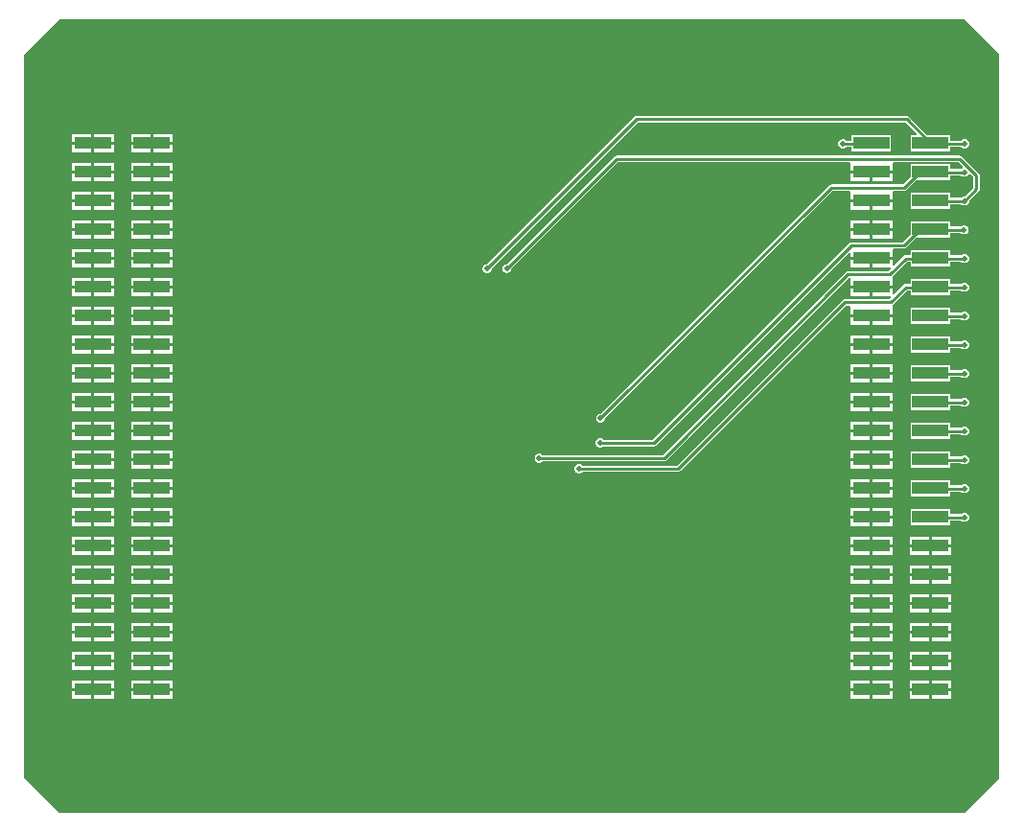
<source format=gbl>
G04*
G04 #@! TF.GenerationSoftware,Altium Limited,Altium Designer,22.9.1 (49)*
G04*
G04 Layer_Physical_Order=2*
G04 Layer_Color=16711680*
%FSLAX25Y25*%
%MOIN*%
G70*
G04*
G04 #@! TF.SameCoordinates,874C2829-7940-4526-9E93-E1EEED9EE5DD*
G04*
G04*
G04 #@! TF.FilePolarity,Positive*
G04*
G01*
G75*
%ADD15C,0.01000*%
%ADD30C,0.02000*%
%ADD31R,0.12500X0.04488*%
G36*
X1Y28836D02*
Y-222868D01*
X-12147Y-235016D01*
X-326851D01*
X-338999Y-222868D01*
Y28836D01*
X-326851Y40984D01*
X-12147D01*
X1Y28836D01*
D02*
G37*
%LPC*%
G36*
X-32137Y7406D02*
X-32137Y7406D01*
X-126199D01*
X-126199Y7406D01*
X-126628Y7321D01*
X-126992Y7077D01*
X-126992Y7077D01*
X-178185Y-44116D01*
X-178517D01*
X-179105Y-44359D01*
X-179555Y-44809D01*
X-179799Y-45397D01*
Y-46034D01*
X-179555Y-46622D01*
X-179105Y-47072D01*
X-178517Y-47316D01*
X-177881D01*
X-177293Y-47072D01*
X-176843Y-46622D01*
X-176599Y-46034D01*
Y-45702D01*
X-125734Y5163D01*
X-32601D01*
X-28736Y1297D01*
X-28927Y835D01*
X-30856D01*
Y-4853D01*
X-17156D01*
Y-3337D01*
X-13355D01*
X-13120Y-3572D01*
X-12532Y-3816D01*
X-11895D01*
X-11307Y-3572D01*
X-10857Y-3122D01*
X-10613Y-2534D01*
Y-1897D01*
X-10857Y-1309D01*
X-11307Y-859D01*
X-11895Y-616D01*
X-12532D01*
X-13120Y-859D01*
X-13355Y-1094D01*
X-17156D01*
Y835D01*
X-25102D01*
X-31344Y7077D01*
X-31708Y7321D01*
X-32137Y7406D01*
D02*
G37*
G36*
X-37648Y835D02*
X-51348D01*
Y-1094D01*
X-53258D01*
X-53493Y-859D01*
X-54081Y-616D01*
X-54717D01*
X-55305Y-859D01*
X-55756Y-1309D01*
X-55999Y-1897D01*
Y-2534D01*
X-55756Y-3122D01*
X-55305Y-3572D01*
X-54717Y-3816D01*
X-54081D01*
X-53493Y-3572D01*
X-53258Y-3337D01*
X-51348D01*
Y-4853D01*
X-37648D01*
Y835D01*
D02*
G37*
G36*
X-307940Y1221D02*
X-314690D01*
Y-1524D01*
X-307940D01*
Y1221D01*
D02*
G37*
G36*
X-315690D02*
X-322440D01*
Y-1524D01*
X-315690D01*
Y1221D01*
D02*
G37*
G36*
X-287448D02*
X-294198D01*
Y-1524D01*
X-287448D01*
Y1221D01*
D02*
G37*
G36*
X-295198D02*
X-301948D01*
Y-1524D01*
X-295198D01*
Y1221D01*
D02*
G37*
G36*
X-287448Y-2524D02*
X-294198D01*
Y-5268D01*
X-287448D01*
Y-2524D01*
D02*
G37*
G36*
X-295198D02*
X-301948D01*
Y-5268D01*
X-295198D01*
Y-2524D01*
D02*
G37*
G36*
X-307940Y-2524D02*
X-314690D01*
Y-5268D01*
X-307940D01*
Y-2524D01*
D02*
G37*
G36*
X-315690D02*
X-322440D01*
Y-5268D01*
X-315690D01*
Y-2524D01*
D02*
G37*
G36*
X-13844Y-6394D02*
X-13844Y-6394D01*
X-133100D01*
X-133100Y-6394D01*
X-133529Y-6480D01*
X-133893Y-6723D01*
X-133893Y-6723D01*
X-171286Y-44116D01*
X-171618D01*
X-172206Y-44359D01*
X-172656Y-44809D01*
X-172900Y-45397D01*
Y-46034D01*
X-172656Y-46622D01*
X-172206Y-47072D01*
X-171618Y-47316D01*
X-170982D01*
X-170394Y-47072D01*
X-169943Y-46622D01*
X-169700Y-46034D01*
Y-45702D01*
X-132635Y-8637D01*
X-52196D01*
X-51748Y-8765D01*
X-51748Y-9137D01*
Y-11509D01*
X-44498D01*
X-37248D01*
X-37248Y-8765D01*
X-36801Y-8637D01*
X-14308D01*
X-12842Y-10103D01*
X-12960Y-10693D01*
X-13120Y-10759D01*
X-13355Y-10994D01*
X-17156D01*
Y-9165D01*
X-30856D01*
Y-13643D01*
X-33607Y-16394D01*
X-58499D01*
X-58499Y-16394D01*
X-58928Y-16479D01*
X-59292Y-16723D01*
X-59292Y-16723D01*
X-138685Y-96116D01*
X-139017D01*
X-139605Y-96359D01*
X-140056Y-96809D01*
X-140299Y-97398D01*
Y-98034D01*
X-140056Y-98622D01*
X-139605Y-99072D01*
X-139017Y-99316D01*
X-138381D01*
X-137793Y-99072D01*
X-137343Y-98622D01*
X-137099Y-98034D01*
Y-97702D01*
X-58035Y-18637D01*
X-52196D01*
X-51748Y-18765D01*
X-51748Y-19137D01*
Y-21509D01*
X-44498D01*
X-37248D01*
X-37248Y-18765D01*
X-36801Y-18637D01*
X-33143D01*
X-33143Y-18637D01*
X-32714Y-18552D01*
X-32350Y-18309D01*
X-28894Y-14853D01*
X-17156D01*
Y-13237D01*
X-13355D01*
X-13120Y-13472D01*
X-12532Y-13716D01*
X-11895D01*
X-11307Y-13472D01*
X-10857Y-13022D01*
X-10791Y-12862D01*
X-10201Y-12744D01*
X-9121Y-13825D01*
Y-17437D01*
X-12200Y-20516D01*
X-12532D01*
X-13120Y-20759D01*
X-13355Y-20994D01*
X-17156D01*
Y-19165D01*
X-30856D01*
Y-24853D01*
X-17156D01*
Y-23237D01*
X-13355D01*
X-13120Y-23472D01*
X-12532Y-23716D01*
X-11895D01*
X-11307Y-23472D01*
X-10857Y-23022D01*
X-10613Y-22434D01*
Y-22102D01*
X-7206Y-18695D01*
X-7206Y-18695D01*
X-6963Y-18331D01*
X-6877Y-17901D01*
X-6878Y-17901D01*
Y-13360D01*
X-6963Y-12931D01*
X-7206Y-12567D01*
X-7206Y-12567D01*
X-13050Y-6723D01*
X-13414Y-6480D01*
X-13844Y-6394D01*
D02*
G37*
G36*
X-307940Y-8779D02*
X-314690D01*
Y-11524D01*
X-307940D01*
Y-8779D01*
D02*
G37*
G36*
X-315690D02*
X-322440D01*
Y-11524D01*
X-315690D01*
Y-8779D01*
D02*
G37*
G36*
X-287448D02*
X-294198D01*
Y-11524D01*
X-287448D01*
Y-8779D01*
D02*
G37*
G36*
X-295198D02*
X-301948D01*
Y-11524D01*
X-295198D01*
Y-8779D01*
D02*
G37*
G36*
X-37248Y-12509D02*
X-43998D01*
Y-15253D01*
X-37248D01*
Y-12509D01*
D02*
G37*
G36*
X-44998D02*
X-51748D01*
Y-15253D01*
X-44998D01*
Y-12509D01*
D02*
G37*
G36*
X-287448Y-12524D02*
X-294198D01*
Y-15268D01*
X-287448D01*
Y-12524D01*
D02*
G37*
G36*
X-295198D02*
X-301948D01*
Y-15268D01*
X-295198D01*
Y-12524D01*
D02*
G37*
G36*
X-307940Y-12524D02*
X-314690D01*
Y-15268D01*
X-307940D01*
Y-12524D01*
D02*
G37*
G36*
X-315690D02*
X-322440D01*
Y-15268D01*
X-315690D01*
Y-12524D01*
D02*
G37*
G36*
X-307940Y-18779D02*
X-314690D01*
Y-21524D01*
X-307940D01*
Y-18779D01*
D02*
G37*
G36*
X-315690D02*
X-322440D01*
Y-21524D01*
X-315690D01*
Y-18779D01*
D02*
G37*
G36*
X-287448D02*
X-294198D01*
Y-21524D01*
X-287448D01*
Y-18779D01*
D02*
G37*
G36*
X-295198D02*
X-301948D01*
Y-21524D01*
X-295198D01*
Y-18779D01*
D02*
G37*
G36*
X-37248Y-22509D02*
X-43998D01*
Y-25253D01*
X-37248D01*
Y-22509D01*
D02*
G37*
G36*
X-44998D02*
X-51748D01*
Y-25253D01*
X-44998D01*
Y-22509D01*
D02*
G37*
G36*
X-287448Y-22524D02*
X-294198D01*
Y-25268D01*
X-287448D01*
Y-22524D01*
D02*
G37*
G36*
X-295198D02*
X-301948D01*
Y-25268D01*
X-295198D01*
Y-22524D01*
D02*
G37*
G36*
X-307940Y-22524D02*
X-314690D01*
Y-25268D01*
X-307940D01*
Y-22524D01*
D02*
G37*
G36*
X-315690D02*
X-322440D01*
Y-25268D01*
X-315690D01*
Y-22524D01*
D02*
G37*
G36*
X-37248Y-28765D02*
X-43998D01*
Y-31509D01*
X-37248D01*
Y-28765D01*
D02*
G37*
G36*
X-44998D02*
X-51748D01*
Y-31509D01*
X-44998D01*
Y-28765D01*
D02*
G37*
G36*
X-307940Y-28780D02*
X-314690D01*
Y-31524D01*
X-307940D01*
Y-28780D01*
D02*
G37*
G36*
X-315690D02*
X-322440D01*
Y-31524D01*
X-315690D01*
Y-28780D01*
D02*
G37*
G36*
X-287448D02*
X-294198D01*
Y-31524D01*
X-287448D01*
Y-28780D01*
D02*
G37*
G36*
X-295198D02*
X-301948D01*
Y-31524D01*
X-295198D01*
Y-28780D01*
D02*
G37*
G36*
X-17156Y-29165D02*
X-30856D01*
Y-33643D01*
X-33707Y-36494D01*
X-51564D01*
X-51993Y-36579D01*
X-52357Y-36823D01*
X-52357Y-36823D01*
X-120728Y-105194D01*
X-137658D01*
X-137893Y-104959D01*
X-138481Y-104716D01*
X-139117D01*
X-139705Y-104959D01*
X-140155Y-105409D01*
X-140399Y-105998D01*
Y-106634D01*
X-140155Y-107222D01*
X-139705Y-107672D01*
X-139117Y-107916D01*
X-138481D01*
X-137893Y-107672D01*
X-137658Y-107437D01*
X-120264D01*
X-120264Y-107437D01*
X-119835Y-107352D01*
X-119471Y-107109D01*
X-52210Y-39848D01*
X-51748Y-40040D01*
Y-41509D01*
X-44498D01*
X-37248D01*
Y-38765D01*
X-36760Y-38737D01*
X-33243D01*
X-33243Y-38737D01*
X-32814Y-38652D01*
X-32450Y-38409D01*
X-28894Y-34853D01*
X-17156D01*
Y-33237D01*
X-13455D01*
X-13220Y-33472D01*
X-12632Y-33716D01*
X-11995D01*
X-11407Y-33472D01*
X-10957Y-33022D01*
X-10713Y-32434D01*
Y-31797D01*
X-10957Y-31209D01*
X-11407Y-30759D01*
X-11995Y-30516D01*
X-12632D01*
X-13220Y-30759D01*
X-13455Y-30994D01*
X-17156D01*
Y-29165D01*
D02*
G37*
G36*
X-37248Y-32509D02*
X-43998D01*
Y-35253D01*
X-37248D01*
Y-32509D01*
D02*
G37*
G36*
X-44998D02*
X-51748D01*
Y-35253D01*
X-44998D01*
Y-32509D01*
D02*
G37*
G36*
X-287448Y-32524D02*
X-294198D01*
Y-35268D01*
X-287448D01*
Y-32524D01*
D02*
G37*
G36*
X-295198D02*
X-301948D01*
Y-35268D01*
X-295198D01*
Y-32524D01*
D02*
G37*
G36*
X-307940Y-32524D02*
X-314690D01*
Y-35268D01*
X-307940D01*
Y-32524D01*
D02*
G37*
G36*
X-315690D02*
X-322440D01*
Y-35268D01*
X-315690D01*
Y-32524D01*
D02*
G37*
G36*
X-17156Y-39165D02*
X-30856D01*
Y-40994D01*
X-32599D01*
X-32599Y-40994D01*
X-33028Y-41080D01*
X-33392Y-41323D01*
X-33392Y-41323D01*
X-36786Y-44717D01*
X-37248Y-44526D01*
Y-42509D01*
X-43998D01*
Y-45253D01*
X-37976D01*
X-37784Y-45715D01*
X-38664Y-46594D01*
X-52699D01*
X-52699Y-46594D01*
X-53128Y-46679D01*
X-53492Y-46923D01*
X-53492Y-46923D01*
X-117064Y-110494D01*
X-158858D01*
X-159093Y-110259D01*
X-159681Y-110016D01*
X-160317D01*
X-160905Y-110259D01*
X-161355Y-110709D01*
X-161599Y-111298D01*
Y-111934D01*
X-161355Y-112522D01*
X-160905Y-112972D01*
X-160317Y-113216D01*
X-159681D01*
X-159093Y-112972D01*
X-158858Y-112737D01*
X-116599D01*
X-116599Y-112737D01*
X-116170Y-112652D01*
X-115806Y-112409D01*
X-52248Y-48851D01*
X-51748Y-48871D01*
Y-51509D01*
X-44498D01*
X-37248D01*
Y-48765D01*
X-37248Y-48765D01*
X-37248D01*
X-37187Y-48290D01*
X-32135Y-43237D01*
X-30856D01*
Y-44853D01*
X-17156D01*
Y-43237D01*
X-13355D01*
X-13120Y-43472D01*
X-12532Y-43716D01*
X-11895D01*
X-11307Y-43472D01*
X-10857Y-43022D01*
X-10613Y-42434D01*
Y-41797D01*
X-10857Y-41209D01*
X-11307Y-40759D01*
X-11895Y-40516D01*
X-12532D01*
X-13120Y-40759D01*
X-13355Y-40994D01*
X-17156D01*
Y-39165D01*
D02*
G37*
G36*
X-307940Y-38780D02*
X-314690D01*
Y-41524D01*
X-307940D01*
Y-38780D01*
D02*
G37*
G36*
X-315690D02*
X-322440D01*
Y-41524D01*
X-315690D01*
Y-38780D01*
D02*
G37*
G36*
X-287448D02*
X-294198D01*
Y-41524D01*
X-287448D01*
Y-38780D01*
D02*
G37*
G36*
X-295198D02*
X-301948D01*
Y-41524D01*
X-295198D01*
Y-38780D01*
D02*
G37*
G36*
X-44998Y-42509D02*
X-51748D01*
Y-45253D01*
X-44998D01*
Y-42509D01*
D02*
G37*
G36*
X-287448Y-42524D02*
X-294198D01*
Y-45268D01*
X-287448D01*
Y-42524D01*
D02*
G37*
G36*
X-295198D02*
X-301948D01*
Y-45268D01*
X-295198D01*
Y-42524D01*
D02*
G37*
G36*
X-307940Y-42524D02*
X-314690D01*
Y-45268D01*
X-307940D01*
Y-42524D01*
D02*
G37*
G36*
X-315690D02*
X-322440D01*
Y-45268D01*
X-315690D01*
Y-42524D01*
D02*
G37*
G36*
X-17156Y-49165D02*
X-30856D01*
Y-50994D01*
X-32599D01*
X-32599Y-50994D01*
X-33028Y-51079D01*
X-33392Y-51323D01*
X-36786Y-54717D01*
X-37248Y-54526D01*
Y-52509D01*
X-43998D01*
Y-55253D01*
X-37976D01*
X-37784Y-55715D01*
X-38264Y-56194D01*
X-53799D01*
X-54228Y-56279D01*
X-54592Y-56523D01*
X-54592Y-56523D01*
X-112211Y-114141D01*
X-144943D01*
X-145178Y-113907D01*
X-145766Y-113663D01*
X-146402D01*
X-146991Y-113907D01*
X-147441Y-114357D01*
X-147684Y-114945D01*
Y-115581D01*
X-147441Y-116169D01*
X-146991Y-116619D01*
X-146402Y-116863D01*
X-145766D01*
X-145178Y-116619D01*
X-144943Y-116384D01*
X-111746D01*
X-111746Y-116384D01*
X-111317Y-116299D01*
X-110953Y-116056D01*
X-53335Y-58437D01*
X-52113D01*
X-51748Y-58765D01*
X-51748Y-58937D01*
Y-61509D01*
X-44498D01*
X-37248D01*
Y-58826D01*
X-37248Y-58765D01*
X-37243Y-58267D01*
X-37006Y-58109D01*
X-32135Y-53237D01*
X-30856D01*
Y-54853D01*
X-17156D01*
Y-53237D01*
X-13355D01*
X-13120Y-53472D01*
X-12532Y-53716D01*
X-11895D01*
X-11307Y-53472D01*
X-10857Y-53022D01*
X-10613Y-52434D01*
Y-51797D01*
X-10857Y-51209D01*
X-11307Y-50759D01*
X-11895Y-50516D01*
X-12532D01*
X-13120Y-50759D01*
X-13355Y-50994D01*
X-17156D01*
Y-49165D01*
D02*
G37*
G36*
X-307940Y-48779D02*
X-314690D01*
Y-51524D01*
X-307940D01*
Y-48779D01*
D02*
G37*
G36*
X-315690D02*
X-322440D01*
Y-51524D01*
X-315690D01*
Y-48779D01*
D02*
G37*
G36*
X-287448D02*
X-294198D01*
Y-51524D01*
X-287448D01*
Y-48779D01*
D02*
G37*
G36*
X-295198D02*
X-301948D01*
Y-51524D01*
X-295198D01*
Y-48779D01*
D02*
G37*
G36*
X-44998Y-52509D02*
X-51748D01*
Y-55253D01*
X-44998D01*
Y-52509D01*
D02*
G37*
G36*
X-287448Y-52524D02*
X-294198D01*
Y-55268D01*
X-287448D01*
Y-52524D01*
D02*
G37*
G36*
X-295198D02*
X-301948D01*
Y-55268D01*
X-295198D01*
Y-52524D01*
D02*
G37*
G36*
X-307940Y-52524D02*
X-314690D01*
Y-55268D01*
X-307940D01*
Y-52524D01*
D02*
G37*
G36*
X-315690D02*
X-322440D01*
Y-55268D01*
X-315690D01*
Y-52524D01*
D02*
G37*
G36*
X-307940Y-58780D02*
X-314690D01*
Y-61524D01*
X-307940D01*
Y-58780D01*
D02*
G37*
G36*
X-315690D02*
X-322440D01*
Y-61524D01*
X-315690D01*
Y-58780D01*
D02*
G37*
G36*
X-287448D02*
X-294198D01*
Y-61524D01*
X-287448D01*
Y-58780D01*
D02*
G37*
G36*
X-295198D02*
X-301948D01*
Y-61524D01*
X-295198D01*
Y-58780D01*
D02*
G37*
G36*
X-17156Y-59165D02*
X-30856D01*
Y-64853D01*
X-17156D01*
Y-63237D01*
X-13355D01*
X-13120Y-63472D01*
X-12532Y-63716D01*
X-11895D01*
X-11307Y-63472D01*
X-10857Y-63022D01*
X-10613Y-62434D01*
Y-61797D01*
X-10857Y-61209D01*
X-11307Y-60759D01*
X-11895Y-60516D01*
X-12532D01*
X-13120Y-60759D01*
X-13355Y-60994D01*
X-17156D01*
Y-59165D01*
D02*
G37*
G36*
X-37248Y-62509D02*
X-43998D01*
Y-65253D01*
X-37248D01*
Y-62509D01*
D02*
G37*
G36*
X-44998D02*
X-51748D01*
Y-65253D01*
X-44998D01*
Y-62509D01*
D02*
G37*
G36*
X-287448Y-62524D02*
X-294198D01*
Y-65268D01*
X-287448D01*
Y-62524D01*
D02*
G37*
G36*
X-295198D02*
X-301948D01*
Y-65268D01*
X-295198D01*
Y-62524D01*
D02*
G37*
G36*
X-307940Y-62524D02*
X-314690D01*
Y-65268D01*
X-307940D01*
Y-62524D01*
D02*
G37*
G36*
X-315690D02*
X-322440D01*
Y-65268D01*
X-315690D01*
Y-62524D01*
D02*
G37*
G36*
X-37248Y-68765D02*
X-43998D01*
Y-71509D01*
X-37248D01*
Y-68765D01*
D02*
G37*
G36*
X-44998D02*
X-51748D01*
Y-71509D01*
X-44998D01*
Y-68765D01*
D02*
G37*
G36*
X-307940Y-68779D02*
X-314690D01*
Y-71524D01*
X-307940D01*
Y-68779D01*
D02*
G37*
G36*
X-315690D02*
X-322440D01*
Y-71524D01*
X-315690D01*
Y-68779D01*
D02*
G37*
G36*
X-287448D02*
X-294198D01*
Y-71524D01*
X-287448D01*
Y-68779D01*
D02*
G37*
G36*
X-295198D02*
X-301948D01*
Y-71524D01*
X-295198D01*
Y-68779D01*
D02*
G37*
G36*
X-17156Y-69165D02*
X-30856D01*
Y-74853D01*
X-17156D01*
Y-73237D01*
X-13355D01*
X-13120Y-73472D01*
X-12532Y-73716D01*
X-11895D01*
X-11307Y-73472D01*
X-10857Y-73022D01*
X-10613Y-72434D01*
Y-71798D01*
X-10857Y-71209D01*
X-11307Y-70759D01*
X-11895Y-70516D01*
X-12532D01*
X-13120Y-70759D01*
X-13355Y-70994D01*
X-17156D01*
Y-69165D01*
D02*
G37*
G36*
X-37248Y-72509D02*
X-43998D01*
Y-75253D01*
X-37248D01*
Y-72509D01*
D02*
G37*
G36*
X-44998D02*
X-51748D01*
Y-75253D01*
X-44998D01*
Y-72509D01*
D02*
G37*
G36*
X-287448Y-72524D02*
X-294198D01*
Y-75268D01*
X-287448D01*
Y-72524D01*
D02*
G37*
G36*
X-295198D02*
X-301948D01*
Y-75268D01*
X-295198D01*
Y-72524D01*
D02*
G37*
G36*
X-307940Y-72524D02*
X-314690D01*
Y-75268D01*
X-307940D01*
Y-72524D01*
D02*
G37*
G36*
X-315690D02*
X-322440D01*
Y-75268D01*
X-315690D01*
Y-72524D01*
D02*
G37*
G36*
X-37248Y-78765D02*
X-43998D01*
Y-81509D01*
X-37248D01*
Y-78765D01*
D02*
G37*
G36*
X-44998D02*
X-51748D01*
Y-81509D01*
X-44998D01*
Y-78765D01*
D02*
G37*
G36*
X-307940Y-78780D02*
X-314690D01*
Y-81524D01*
X-307940D01*
Y-78780D01*
D02*
G37*
G36*
X-315690D02*
X-322440D01*
Y-81524D01*
X-315690D01*
Y-78780D01*
D02*
G37*
G36*
X-287448D02*
X-294198D01*
Y-81524D01*
X-287448D01*
Y-78780D01*
D02*
G37*
G36*
X-295198D02*
X-301948D01*
Y-81524D01*
X-295198D01*
Y-78780D01*
D02*
G37*
G36*
X-17156Y-79165D02*
X-30856D01*
Y-84853D01*
X-17156D01*
Y-83237D01*
X-13355D01*
X-13120Y-83472D01*
X-12532Y-83716D01*
X-11895D01*
X-11307Y-83472D01*
X-10857Y-83022D01*
X-10613Y-82434D01*
Y-81797D01*
X-10857Y-81209D01*
X-11307Y-80759D01*
X-11895Y-80516D01*
X-12532D01*
X-13120Y-80759D01*
X-13355Y-80994D01*
X-17156D01*
Y-79165D01*
D02*
G37*
G36*
X-37248Y-82509D02*
X-43998D01*
Y-85253D01*
X-37248D01*
Y-82509D01*
D02*
G37*
G36*
X-44998D02*
X-51748D01*
Y-85253D01*
X-44998D01*
Y-82509D01*
D02*
G37*
G36*
X-287448Y-82524D02*
X-294198D01*
Y-85268D01*
X-287448D01*
Y-82524D01*
D02*
G37*
G36*
X-295198D02*
X-301948D01*
Y-85268D01*
X-295198D01*
Y-82524D01*
D02*
G37*
G36*
X-307940Y-82524D02*
X-314690D01*
Y-85268D01*
X-307940D01*
Y-82524D01*
D02*
G37*
G36*
X-315690D02*
X-322440D01*
Y-85268D01*
X-315690D01*
Y-82524D01*
D02*
G37*
G36*
X-37248Y-88765D02*
X-43998D01*
Y-91509D01*
X-37248D01*
Y-88765D01*
D02*
G37*
G36*
X-44998D02*
X-51748D01*
Y-91509D01*
X-44998D01*
Y-88765D01*
D02*
G37*
G36*
X-307940Y-88779D02*
X-314690D01*
Y-91524D01*
X-307940D01*
Y-88779D01*
D02*
G37*
G36*
X-315690D02*
X-322440D01*
Y-91524D01*
X-315690D01*
Y-88779D01*
D02*
G37*
G36*
X-287448D02*
X-294198D01*
Y-91524D01*
X-287448D01*
Y-88779D01*
D02*
G37*
G36*
X-295198D02*
X-301948D01*
Y-91524D01*
X-295198D01*
Y-88779D01*
D02*
G37*
G36*
X-17156Y-89165D02*
X-30856D01*
Y-94853D01*
X-17156D01*
Y-93237D01*
X-13355D01*
X-13120Y-93472D01*
X-12532Y-93716D01*
X-11895D01*
X-11307Y-93472D01*
X-10857Y-93022D01*
X-10613Y-92434D01*
Y-91798D01*
X-10857Y-91209D01*
X-11307Y-90759D01*
X-11895Y-90516D01*
X-12532D01*
X-13120Y-90759D01*
X-13355Y-90994D01*
X-17156D01*
Y-89165D01*
D02*
G37*
G36*
X-37248Y-92509D02*
X-43998D01*
Y-95253D01*
X-37248D01*
Y-92509D01*
D02*
G37*
G36*
X-44998D02*
X-51748D01*
Y-95253D01*
X-44998D01*
Y-92509D01*
D02*
G37*
G36*
X-287448Y-92524D02*
X-294198D01*
Y-95268D01*
X-287448D01*
Y-92524D01*
D02*
G37*
G36*
X-295198D02*
X-301948D01*
Y-95268D01*
X-295198D01*
Y-92524D01*
D02*
G37*
G36*
X-307940Y-92524D02*
X-314690D01*
Y-95268D01*
X-307940D01*
Y-92524D01*
D02*
G37*
G36*
X-315690D02*
X-322440D01*
Y-95268D01*
X-315690D01*
Y-92524D01*
D02*
G37*
G36*
X-37248Y-98765D02*
X-43998D01*
Y-101509D01*
X-37248D01*
Y-98765D01*
D02*
G37*
G36*
X-44998D02*
X-51748D01*
Y-101509D01*
X-44998D01*
Y-98765D01*
D02*
G37*
G36*
X-307940Y-98779D02*
X-314690D01*
Y-101524D01*
X-307940D01*
Y-98779D01*
D02*
G37*
G36*
X-315690D02*
X-322440D01*
Y-101524D01*
X-315690D01*
Y-98779D01*
D02*
G37*
G36*
X-287448D02*
X-294198D01*
Y-101524D01*
X-287448D01*
Y-98779D01*
D02*
G37*
G36*
X-295198D02*
X-301948D01*
Y-101524D01*
X-295198D01*
Y-98779D01*
D02*
G37*
G36*
X-17156Y-99165D02*
X-30856D01*
Y-104853D01*
X-17156D01*
Y-103237D01*
X-13355D01*
X-13120Y-103472D01*
X-12532Y-103716D01*
X-11895D01*
X-11307Y-103472D01*
X-10857Y-103022D01*
X-10613Y-102434D01*
Y-101797D01*
X-10857Y-101209D01*
X-11307Y-100759D01*
X-11895Y-100516D01*
X-12532D01*
X-13120Y-100759D01*
X-13355Y-100994D01*
X-17156D01*
Y-99165D01*
D02*
G37*
G36*
X-37248Y-102509D02*
X-43998D01*
Y-105253D01*
X-37248D01*
Y-102509D01*
D02*
G37*
G36*
X-44998D02*
X-51748D01*
Y-105253D01*
X-44998D01*
Y-102509D01*
D02*
G37*
G36*
X-287448Y-102524D02*
X-294198D01*
Y-105268D01*
X-287448D01*
Y-102524D01*
D02*
G37*
G36*
X-295198D02*
X-301948D01*
Y-105268D01*
X-295198D01*
Y-102524D01*
D02*
G37*
G36*
X-307940Y-102524D02*
X-314690D01*
Y-105268D01*
X-307940D01*
Y-102524D01*
D02*
G37*
G36*
X-315690D02*
X-322440D01*
Y-105268D01*
X-315690D01*
Y-102524D01*
D02*
G37*
G36*
X-37248Y-108765D02*
X-43998D01*
Y-111509D01*
X-37248D01*
Y-108765D01*
D02*
G37*
G36*
X-44998D02*
X-51748D01*
Y-111509D01*
X-44998D01*
Y-108765D01*
D02*
G37*
G36*
X-307940Y-108780D02*
X-314690D01*
Y-111524D01*
X-307940D01*
Y-108780D01*
D02*
G37*
G36*
X-315690D02*
X-322440D01*
Y-111524D01*
X-315690D01*
Y-108780D01*
D02*
G37*
G36*
X-287448D02*
X-294198D01*
Y-111524D01*
X-287448D01*
Y-108780D01*
D02*
G37*
G36*
X-295198D02*
X-301948D01*
Y-111524D01*
X-295198D01*
Y-108780D01*
D02*
G37*
G36*
X-17156Y-109165D02*
X-30856D01*
Y-114853D01*
X-17156D01*
Y-113237D01*
X-13355D01*
X-13120Y-113472D01*
X-12532Y-113716D01*
X-11895D01*
X-11307Y-113472D01*
X-10857Y-113022D01*
X-10613Y-112434D01*
Y-111797D01*
X-10857Y-111209D01*
X-11307Y-110759D01*
X-11895Y-110516D01*
X-12532D01*
X-13120Y-110759D01*
X-13355Y-110994D01*
X-17156D01*
Y-109165D01*
D02*
G37*
G36*
X-37248Y-112509D02*
X-43998D01*
Y-115253D01*
X-37248D01*
Y-112509D01*
D02*
G37*
G36*
X-44998D02*
X-51748D01*
Y-115253D01*
X-44998D01*
Y-112509D01*
D02*
G37*
G36*
X-287448Y-112524D02*
X-294198D01*
Y-115268D01*
X-287448D01*
Y-112524D01*
D02*
G37*
G36*
X-295198D02*
X-301948D01*
Y-115268D01*
X-295198D01*
Y-112524D01*
D02*
G37*
G36*
X-307940Y-112524D02*
X-314690D01*
Y-115268D01*
X-307940D01*
Y-112524D01*
D02*
G37*
G36*
X-315690D02*
X-322440D01*
Y-115268D01*
X-315690D01*
Y-112524D01*
D02*
G37*
G36*
X-37248Y-118765D02*
X-43998D01*
Y-121509D01*
X-37248D01*
Y-118765D01*
D02*
G37*
G36*
X-44998D02*
X-51748D01*
Y-121509D01*
X-44998D01*
Y-118765D01*
D02*
G37*
G36*
X-307940Y-118780D02*
X-314690D01*
Y-121524D01*
X-307940D01*
Y-118780D01*
D02*
G37*
G36*
X-315690D02*
X-322440D01*
Y-121524D01*
X-315690D01*
Y-118780D01*
D02*
G37*
G36*
X-287448D02*
X-294198D01*
Y-121524D01*
X-287448D01*
Y-118780D01*
D02*
G37*
G36*
X-295198D02*
X-301948D01*
Y-121524D01*
X-295198D01*
Y-118780D01*
D02*
G37*
G36*
X-17156Y-119165D02*
X-30856D01*
Y-124853D01*
X-17156D01*
Y-123237D01*
X-13355D01*
X-13120Y-123472D01*
X-12532Y-123716D01*
X-11895D01*
X-11307Y-123472D01*
X-10857Y-123022D01*
X-10613Y-122434D01*
Y-121798D01*
X-10857Y-121209D01*
X-11307Y-120759D01*
X-11895Y-120516D01*
X-12532D01*
X-13120Y-120759D01*
X-13355Y-120994D01*
X-17156D01*
Y-119165D01*
D02*
G37*
G36*
X-37248Y-122509D02*
X-43998D01*
Y-125253D01*
X-37248D01*
Y-122509D01*
D02*
G37*
G36*
X-44998D02*
X-51748D01*
Y-125253D01*
X-44998D01*
Y-122509D01*
D02*
G37*
G36*
X-287448Y-122524D02*
X-294198D01*
Y-125268D01*
X-287448D01*
Y-122524D01*
D02*
G37*
G36*
X-295198D02*
X-301948D01*
Y-125268D01*
X-295198D01*
Y-122524D01*
D02*
G37*
G36*
X-307940Y-122524D02*
X-314690D01*
Y-125268D01*
X-307940D01*
Y-122524D01*
D02*
G37*
G36*
X-315690D02*
X-322440D01*
Y-125268D01*
X-315690D01*
Y-122524D01*
D02*
G37*
G36*
X-37248Y-128765D02*
X-43998D01*
Y-131509D01*
X-37248D01*
Y-128765D01*
D02*
G37*
G36*
X-44998D02*
X-51748D01*
Y-131509D01*
X-44998D01*
Y-128765D01*
D02*
G37*
G36*
X-307940Y-128779D02*
X-314690D01*
Y-131524D01*
X-307940D01*
Y-128779D01*
D02*
G37*
G36*
X-315690D02*
X-322440D01*
Y-131524D01*
X-315690D01*
Y-128779D01*
D02*
G37*
G36*
X-287448D02*
X-294198D01*
Y-131524D01*
X-287448D01*
Y-128779D01*
D02*
G37*
G36*
X-295198D02*
X-301948D01*
Y-131524D01*
X-295198D01*
Y-128779D01*
D02*
G37*
G36*
X-17156Y-129165D02*
X-30856D01*
Y-134853D01*
X-17156D01*
Y-133237D01*
X-13355D01*
X-13120Y-133472D01*
X-12532Y-133716D01*
X-11895D01*
X-11307Y-133472D01*
X-10857Y-133022D01*
X-10613Y-132434D01*
Y-131798D01*
X-10857Y-131209D01*
X-11307Y-130759D01*
X-11895Y-130516D01*
X-12532D01*
X-13120Y-130759D01*
X-13355Y-130994D01*
X-17156D01*
Y-129165D01*
D02*
G37*
G36*
X-37248Y-132509D02*
X-43998D01*
Y-135253D01*
X-37248D01*
Y-132509D01*
D02*
G37*
G36*
X-44998D02*
X-51748D01*
Y-135253D01*
X-44998D01*
Y-132509D01*
D02*
G37*
G36*
X-287448Y-132524D02*
X-294198D01*
Y-135268D01*
X-287448D01*
Y-132524D01*
D02*
G37*
G36*
X-295198D02*
X-301948D01*
Y-135268D01*
X-295198D01*
Y-132524D01*
D02*
G37*
G36*
X-307940Y-132524D02*
X-314690D01*
Y-135268D01*
X-307940D01*
Y-132524D01*
D02*
G37*
G36*
X-315690D02*
X-322440D01*
Y-135268D01*
X-315690D01*
Y-132524D01*
D02*
G37*
G36*
X-16756Y-138765D02*
X-23506D01*
Y-141509D01*
X-16756D01*
Y-138765D01*
D02*
G37*
G36*
X-24506D02*
X-31256D01*
Y-141509D01*
X-24506D01*
Y-138765D01*
D02*
G37*
G36*
X-37248D02*
X-43998D01*
Y-141509D01*
X-37248D01*
Y-138765D01*
D02*
G37*
G36*
X-44998D02*
X-51748D01*
Y-141509D01*
X-44998D01*
Y-138765D01*
D02*
G37*
G36*
X-307940Y-138779D02*
X-314690D01*
Y-141524D01*
X-307940D01*
Y-138779D01*
D02*
G37*
G36*
X-315690D02*
X-322440D01*
Y-141524D01*
X-315690D01*
Y-138779D01*
D02*
G37*
G36*
X-287448D02*
X-294198D01*
Y-141524D01*
X-287448D01*
Y-138779D01*
D02*
G37*
G36*
X-295198D02*
X-301948D01*
Y-141524D01*
X-295198D01*
Y-138779D01*
D02*
G37*
G36*
X-16756Y-142509D02*
X-23506D01*
Y-145253D01*
X-16756D01*
Y-142509D01*
D02*
G37*
G36*
X-24506D02*
X-31256D01*
Y-145253D01*
X-24506D01*
Y-142509D01*
D02*
G37*
G36*
X-37248Y-142509D02*
X-43998D01*
Y-145253D01*
X-37248D01*
Y-142509D01*
D02*
G37*
G36*
X-44998D02*
X-51748D01*
Y-145253D01*
X-44998D01*
Y-142509D01*
D02*
G37*
G36*
X-287448Y-142524D02*
X-294198D01*
Y-145268D01*
X-287448D01*
Y-142524D01*
D02*
G37*
G36*
X-295198D02*
X-301948D01*
Y-145268D01*
X-295198D01*
Y-142524D01*
D02*
G37*
G36*
X-307940Y-142524D02*
X-314690D01*
Y-145268D01*
X-307940D01*
Y-142524D01*
D02*
G37*
G36*
X-315690D02*
X-322440D01*
Y-145268D01*
X-315690D01*
Y-142524D01*
D02*
G37*
G36*
X-16756Y-148765D02*
X-23506D01*
Y-151509D01*
X-16756D01*
Y-148765D01*
D02*
G37*
G36*
X-24506D02*
X-31256D01*
Y-151509D01*
X-24506D01*
Y-148765D01*
D02*
G37*
G36*
X-37248D02*
X-43998D01*
Y-151509D01*
X-37248D01*
Y-148765D01*
D02*
G37*
G36*
X-44998D02*
X-51748D01*
Y-151509D01*
X-44998D01*
Y-148765D01*
D02*
G37*
G36*
X-307940Y-148779D02*
X-314690D01*
Y-151524D01*
X-307940D01*
Y-148779D01*
D02*
G37*
G36*
X-315690D02*
X-322440D01*
Y-151524D01*
X-315690D01*
Y-148779D01*
D02*
G37*
G36*
X-287448D02*
X-294198D01*
Y-151524D01*
X-287448D01*
Y-148779D01*
D02*
G37*
G36*
X-295198D02*
X-301948D01*
Y-151524D01*
X-295198D01*
Y-148779D01*
D02*
G37*
G36*
X-16756Y-152509D02*
X-23506D01*
Y-155253D01*
X-16756D01*
Y-152509D01*
D02*
G37*
G36*
X-24506D02*
X-31256D01*
Y-155253D01*
X-24506D01*
Y-152509D01*
D02*
G37*
G36*
X-37248Y-152509D02*
X-43998D01*
Y-155253D01*
X-37248D01*
Y-152509D01*
D02*
G37*
G36*
X-44998D02*
X-51748D01*
Y-155253D01*
X-44998D01*
Y-152509D01*
D02*
G37*
G36*
X-287448Y-152524D02*
X-294198D01*
Y-155268D01*
X-287448D01*
Y-152524D01*
D02*
G37*
G36*
X-295198D02*
X-301948D01*
Y-155268D01*
X-295198D01*
Y-152524D01*
D02*
G37*
G36*
X-307940Y-152524D02*
X-314690D01*
Y-155268D01*
X-307940D01*
Y-152524D01*
D02*
G37*
G36*
X-315690D02*
X-322440D01*
Y-155268D01*
X-315690D01*
Y-152524D01*
D02*
G37*
G36*
X-16756Y-158765D02*
X-23506D01*
Y-161509D01*
X-16756D01*
Y-158765D01*
D02*
G37*
G36*
X-24506D02*
X-31256D01*
Y-161509D01*
X-24506D01*
Y-158765D01*
D02*
G37*
G36*
X-37248D02*
X-43998D01*
Y-161509D01*
X-37248D01*
Y-158765D01*
D02*
G37*
G36*
X-44998D02*
X-51748D01*
Y-161509D01*
X-44998D01*
Y-158765D01*
D02*
G37*
G36*
X-307940Y-158780D02*
X-314690D01*
Y-161524D01*
X-307940D01*
Y-158780D01*
D02*
G37*
G36*
X-315690D02*
X-322440D01*
Y-161524D01*
X-315690D01*
Y-158780D01*
D02*
G37*
G36*
X-287448D02*
X-294198D01*
Y-161524D01*
X-287448D01*
Y-158780D01*
D02*
G37*
G36*
X-295198D02*
X-301948D01*
Y-161524D01*
X-295198D01*
Y-158780D01*
D02*
G37*
G36*
X-16756Y-162509D02*
X-23506D01*
Y-165253D01*
X-16756D01*
Y-162509D01*
D02*
G37*
G36*
X-24506D02*
X-31256D01*
Y-165253D01*
X-24506D01*
Y-162509D01*
D02*
G37*
G36*
X-37248Y-162509D02*
X-43998D01*
Y-165253D01*
X-37248D01*
Y-162509D01*
D02*
G37*
G36*
X-44998D02*
X-51748D01*
Y-165253D01*
X-44998D01*
Y-162509D01*
D02*
G37*
G36*
X-287448Y-162524D02*
X-294198D01*
Y-165268D01*
X-287448D01*
Y-162524D01*
D02*
G37*
G36*
X-295198D02*
X-301948D01*
Y-165268D01*
X-295198D01*
Y-162524D01*
D02*
G37*
G36*
X-307940Y-162524D02*
X-314690D01*
Y-165268D01*
X-307940D01*
Y-162524D01*
D02*
G37*
G36*
X-315690D02*
X-322440D01*
Y-165268D01*
X-315690D01*
Y-162524D01*
D02*
G37*
G36*
X-16756Y-168765D02*
X-23506D01*
Y-171509D01*
X-16756D01*
Y-168765D01*
D02*
G37*
G36*
X-24506D02*
X-31256D01*
Y-171509D01*
X-24506D01*
Y-168765D01*
D02*
G37*
G36*
X-37248D02*
X-43998D01*
Y-171509D01*
X-37248D01*
Y-168765D01*
D02*
G37*
G36*
X-44998D02*
X-51748D01*
Y-171509D01*
X-44998D01*
Y-168765D01*
D02*
G37*
G36*
X-307940Y-168780D02*
X-314690D01*
Y-171524D01*
X-307940D01*
Y-168780D01*
D02*
G37*
G36*
X-315690D02*
X-322440D01*
Y-171524D01*
X-315690D01*
Y-168780D01*
D02*
G37*
G36*
X-287448D02*
X-294198D01*
Y-171524D01*
X-287448D01*
Y-168780D01*
D02*
G37*
G36*
X-295198D02*
X-301948D01*
Y-171524D01*
X-295198D01*
Y-168780D01*
D02*
G37*
G36*
X-16756Y-172509D02*
X-23506D01*
Y-175253D01*
X-16756D01*
Y-172509D01*
D02*
G37*
G36*
X-24506D02*
X-31256D01*
Y-175253D01*
X-24506D01*
Y-172509D01*
D02*
G37*
G36*
X-37248Y-172509D02*
X-43998D01*
Y-175253D01*
X-37248D01*
Y-172509D01*
D02*
G37*
G36*
X-44998D02*
X-51748D01*
Y-175253D01*
X-44998D01*
Y-172509D01*
D02*
G37*
G36*
X-287448Y-172524D02*
X-294198D01*
Y-175268D01*
X-287448D01*
Y-172524D01*
D02*
G37*
G36*
X-295198D02*
X-301948D01*
Y-175268D01*
X-295198D01*
Y-172524D01*
D02*
G37*
G36*
X-307940Y-172524D02*
X-314690D01*
Y-175268D01*
X-307940D01*
Y-172524D01*
D02*
G37*
G36*
X-315690D02*
X-322440D01*
Y-175268D01*
X-315690D01*
Y-172524D01*
D02*
G37*
G36*
X-16756Y-178765D02*
X-23506D01*
Y-181509D01*
X-16756D01*
Y-178765D01*
D02*
G37*
G36*
X-24506D02*
X-31256D01*
Y-181509D01*
X-24506D01*
Y-178765D01*
D02*
G37*
G36*
X-37248D02*
X-43998D01*
Y-181509D01*
X-37248D01*
Y-178765D01*
D02*
G37*
G36*
X-44998D02*
X-51748D01*
Y-181509D01*
X-44998D01*
Y-178765D01*
D02*
G37*
G36*
X-307940Y-178779D02*
X-314690D01*
Y-181524D01*
X-307940D01*
Y-178779D01*
D02*
G37*
G36*
X-315690D02*
X-322440D01*
Y-181524D01*
X-315690D01*
Y-178779D01*
D02*
G37*
G36*
X-287448D02*
X-294198D01*
Y-181524D01*
X-287448D01*
Y-178779D01*
D02*
G37*
G36*
X-295198D02*
X-301948D01*
Y-181524D01*
X-295198D01*
Y-178779D01*
D02*
G37*
G36*
X-16756Y-182509D02*
X-23506D01*
Y-185253D01*
X-16756D01*
Y-182509D01*
D02*
G37*
G36*
X-24506D02*
X-31256D01*
Y-185253D01*
X-24506D01*
Y-182509D01*
D02*
G37*
G36*
X-37248Y-182509D02*
X-43998D01*
Y-185253D01*
X-37248D01*
Y-182509D01*
D02*
G37*
G36*
X-44998D02*
X-51748D01*
Y-185253D01*
X-44998D01*
Y-182509D01*
D02*
G37*
G36*
X-287448Y-182524D02*
X-294198D01*
Y-185268D01*
X-287448D01*
Y-182524D01*
D02*
G37*
G36*
X-295198D02*
X-301948D01*
Y-185268D01*
X-295198D01*
Y-182524D01*
D02*
G37*
G36*
X-307940Y-182524D02*
X-314690D01*
Y-185268D01*
X-307940D01*
Y-182524D01*
D02*
G37*
G36*
X-315690D02*
X-322440D01*
Y-185268D01*
X-315690D01*
Y-182524D01*
D02*
G37*
G36*
X-16756Y-188765D02*
X-23506D01*
Y-191509D01*
X-16756D01*
Y-188765D01*
D02*
G37*
G36*
X-24506D02*
X-31256D01*
Y-191509D01*
X-24506D01*
Y-188765D01*
D02*
G37*
G36*
X-37248D02*
X-43998D01*
Y-191509D01*
X-37248D01*
Y-188765D01*
D02*
G37*
G36*
X-44998D02*
X-51748D01*
Y-191509D01*
X-44998D01*
Y-188765D01*
D02*
G37*
G36*
X-307940Y-188779D02*
X-314690D01*
Y-191524D01*
X-307940D01*
Y-188779D01*
D02*
G37*
G36*
X-315690D02*
X-322440D01*
Y-191524D01*
X-315690D01*
Y-188779D01*
D02*
G37*
G36*
X-287448D02*
X-294198D01*
Y-191524D01*
X-287448D01*
Y-188779D01*
D02*
G37*
G36*
X-295198D02*
X-301948D01*
Y-191524D01*
X-295198D01*
Y-188779D01*
D02*
G37*
G36*
X-16756Y-192509D02*
X-23506D01*
Y-195253D01*
X-16756D01*
Y-192509D01*
D02*
G37*
G36*
X-24506D02*
X-31256D01*
Y-195253D01*
X-24506D01*
Y-192509D01*
D02*
G37*
G36*
X-37248Y-192509D02*
X-43998D01*
Y-195253D01*
X-37248D01*
Y-192509D01*
D02*
G37*
G36*
X-44998D02*
X-51748D01*
Y-195253D01*
X-44998D01*
Y-192509D01*
D02*
G37*
G36*
X-287448Y-192524D02*
X-294198D01*
Y-195268D01*
X-287448D01*
Y-192524D01*
D02*
G37*
G36*
X-295198D02*
X-301948D01*
Y-195268D01*
X-295198D01*
Y-192524D01*
D02*
G37*
G36*
X-307940Y-192524D02*
X-314690D01*
Y-195268D01*
X-307940D01*
Y-192524D01*
D02*
G37*
G36*
X-315690D02*
X-322440D01*
Y-195268D01*
X-315690D01*
Y-192524D01*
D02*
G37*
%LPD*%
D15*
X-54399Y-2216D02*
X-44329D01*
X-171300Y-45716D02*
X-133100Y-7516D01*
X-13844D02*
X-7999Y-13360D01*
X-133100Y-7516D02*
X-13844D01*
X-23737Y-132116D02*
X-12213D01*
X-23737Y-122116D02*
X-12213D01*
X-23737Y-112116D02*
X-12213D01*
X-23737Y-102116D02*
X-12213D01*
X-23737Y-92116D02*
X-12213D01*
X-23737Y-82116D02*
X-12213D01*
X-23737Y-72116D02*
X-12213D01*
X-23737Y-62116D02*
X-12213D01*
X-32599Y-52116D02*
X-23737D01*
X-12213D01*
X-23737Y-22116D02*
X-12213D01*
X-7999Y-17901D01*
Y-13360D01*
X-126199Y6284D02*
X-32137D01*
X-178199Y-45716D02*
X-126199Y6284D01*
X-32137D02*
X-23737Y-2116D01*
X-58499Y-17516D02*
X-33143D01*
X-138699Y-97716D02*
X-58499Y-17516D01*
X-33143D02*
X-27743Y-12116D01*
X-23737D01*
X-12213D01*
X-120264Y-106316D02*
X-51564Y-37616D01*
X-33243D01*
X-138799Y-106316D02*
X-120264D01*
X-23737Y-32116D02*
X-12313D01*
X-27743D02*
X-23737D01*
X-33243Y-37616D02*
X-27743Y-32116D01*
X-23737Y-42116D02*
X-12213D01*
X-111746Y-115263D02*
X-53799Y-57316D01*
X-37799D02*
X-32599Y-52116D01*
X-38199Y-47716D02*
X-32599Y-42116D01*
X-23737D01*
X-146084Y-115263D02*
X-111746D01*
X-116599Y-111616D02*
X-52699Y-47716D01*
X-38199D01*
X-53799Y-57316D02*
X-37799D01*
X-159999Y-111616D02*
X-116599D01*
X-23637Y-2216D02*
X-12213D01*
X-23737Y-2116D02*
X-23637Y-2216D01*
X-44329D02*
X-44229Y-2116D01*
D30*
X-212799Y-92816D02*
D03*
X-152033Y-48117D02*
D03*
X-12213Y-132116D02*
D03*
Y-122116D02*
D03*
Y-112116D02*
D03*
Y-102116D02*
D03*
Y-92116D02*
D03*
Y-82116D02*
D03*
Y-72116D02*
D03*
Y-62116D02*
D03*
Y-52116D02*
D03*
X-55699Y-192116D02*
D03*
X-12213Y-22116D02*
D03*
X-171300Y-45716D02*
D03*
X-178199D02*
D03*
X-12313Y-32116D02*
D03*
X-146084Y-115263D02*
D03*
X-138799Y-106316D02*
D03*
X-12213Y-2216D02*
D03*
Y-12116D02*
D03*
X-138699Y-97716D02*
D03*
X-12213Y-42116D02*
D03*
X-159999Y-111616D02*
D03*
X-54399Y-2216D02*
D03*
X-161099Y-133416D02*
D03*
X-285499Y-2016D02*
D03*
D31*
X-44498Y-192009D02*
D03*
X-24006D02*
D03*
X-44498Y-182009D02*
D03*
X-24006D02*
D03*
X-44498Y-172009D02*
D03*
X-24006D02*
D03*
X-44498Y-162009D02*
D03*
X-24006D02*
D03*
X-44498Y-152009D02*
D03*
X-24006D02*
D03*
X-44498Y-142009D02*
D03*
X-24006D02*
D03*
X-44498Y-132009D02*
D03*
X-24006D02*
D03*
X-44498Y-122009D02*
D03*
X-24006D02*
D03*
X-44498Y-112009D02*
D03*
X-24006D02*
D03*
X-44498Y-102009D02*
D03*
X-24006D02*
D03*
X-44498Y-92009D02*
D03*
X-24006D02*
D03*
X-44498Y-82009D02*
D03*
X-24006D02*
D03*
X-44498Y-72009D02*
D03*
X-24006D02*
D03*
X-44498Y-62009D02*
D03*
X-24006D02*
D03*
X-44498Y-52009D02*
D03*
X-24006D02*
D03*
X-44498Y-42009D02*
D03*
X-24006D02*
D03*
X-44498Y-32009D02*
D03*
X-24006D02*
D03*
X-44498Y-22009D02*
D03*
X-24006D02*
D03*
X-44498Y-12009D02*
D03*
X-24006D02*
D03*
X-44498Y-2009D02*
D03*
X-24006D02*
D03*
X-315190Y-192024D02*
D03*
X-294698D02*
D03*
X-315190Y-182024D02*
D03*
X-294698D02*
D03*
X-315190Y-172024D02*
D03*
X-294698D02*
D03*
X-315190Y-162024D02*
D03*
X-294698D02*
D03*
X-315190Y-152024D02*
D03*
X-294698D02*
D03*
X-315190Y-142024D02*
D03*
X-294698D02*
D03*
X-315190Y-132024D02*
D03*
X-294698D02*
D03*
X-315190Y-122024D02*
D03*
X-294698D02*
D03*
X-315190Y-112024D02*
D03*
X-294698D02*
D03*
X-315190Y-102024D02*
D03*
X-294698D02*
D03*
X-315190Y-92024D02*
D03*
X-294698D02*
D03*
X-315190Y-82024D02*
D03*
X-294698D02*
D03*
X-315190Y-72024D02*
D03*
X-294698D02*
D03*
X-315190Y-62024D02*
D03*
X-294698D02*
D03*
X-315190Y-52024D02*
D03*
X-294698D02*
D03*
X-315190Y-42024D02*
D03*
X-294698D02*
D03*
X-315190Y-32024D02*
D03*
X-294698D02*
D03*
X-315190Y-22024D02*
D03*
X-294698D02*
D03*
X-315190Y-12024D02*
D03*
X-294698D02*
D03*
X-315190Y-2024D02*
D03*
X-294698D02*
D03*
M02*

</source>
